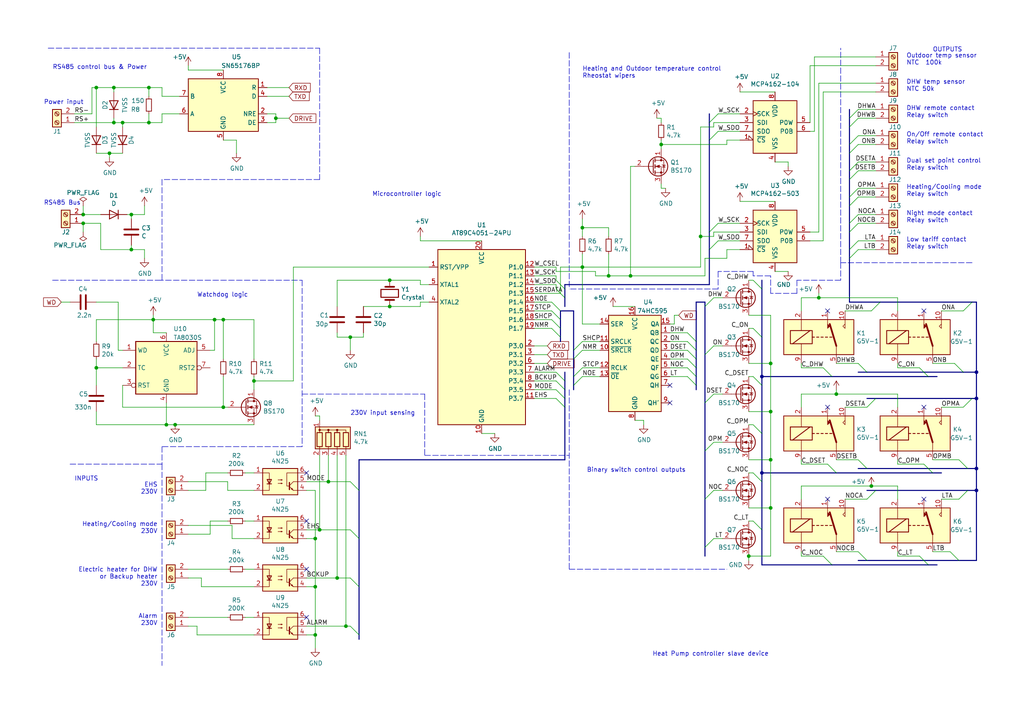
<source format=kicad_sch>
(kicad_sch (version 20211123) (generator eeschema)
  (paper "A4")
  (junction (at 92.71 153.67))
  (junction (at 97.79 167.64))
  (junction (at 176.53 80.01))
  (junction (at 220.98 109.22))
  (junction (at 168.91 77.47))
  (junction (at 35.56 35.56))
  (junction (at 168.91 66.04))
  (junction (at 38.1 62.23))
  (junction (at 252.73 140.97))
  (junction (at 91.44 156.21))
  (junction (at 24.13 62.23))
  (junction (at 113.03 88.9))
  (junction (at 24.13 64.77))
  (junction (at 283.21 115.57))
  (junction (at 223.52 119.38))
  (junction (at 50.8 123.19))
  (junction (at 283.21 107.95))
  (junction (at 217.17 161.29))
  (junction (at 64.77 118.11))
  (junction (at 31.75 44.45))
  (junction (at 113.03 81.28))
  (junction (at 27.94 106.68))
  (junction (at 38.1 72.39))
  (junction (at 44.45 92.71))
  (junction (at 283.21 135.89))
  (junction (at 43.18 35.56))
  (junction (at 95.25 139.7))
  (junction (at 91.44 170.18))
  (junction (at 283.21 142.24))
  (junction (at 48.26 123.19))
  (junction (at 80.01 34.29))
  (junction (at 73.66 110.49))
  (junction (at 33.02 35.56))
  (junction (at 191.77 41.91))
  (junction (at 91.44 184.15))
  (junction (at 100.33 181.61))
  (junction (at 27.94 25.4))
  (junction (at 43.18 25.4))
  (junction (at 223.52 147.32))
  (junction (at 64.77 92.71))
  (junction (at 242.57 114.3))
  (junction (at 220.98 137.16))
  (junction (at 223.52 133.35))
  (junction (at 101.6 97.79))
  (junction (at 203.2 68.58))
  (junction (at 223.52 105.41))
  (junction (at 237.49 86.36))
  (junction (at 62.23 92.71))
  (junction (at 182.88 80.01))
  (junction (at 33.02 25.4))
  (no_connect (at 88.9 165.1))
  (no_connect (at 194.31 111.76))
  (no_connect (at 88.9 151.13))
  (no_connect (at 240.03 144.78))
  (no_connect (at 267.97 144.78))
  (no_connect (at 267.97 118.11))
  (no_connect (at 240.03 90.17))
  (no_connect (at 240.03 118.11))
  (no_connect (at 267.97 90.17))
  (no_connect (at 88.9 137.16))
  (no_connect (at 194.31 116.84))
  (no_connect (at 88.9 179.07))
  (bus_entry (at 267.97 134.62) (size 2.54 2.54))
  (bus_entry (at 240.03 134.62) (size 2.54 2.54))
  (bus_entry (at 246.38 72.39) (size 2.54 -2.54))
  (bus_entry (at 278.13 144.78) (size 2.54 -2.54))
  (bus_entry (at 218.44 151.13) (size 2.54 2.54))
  (bus_entry (at 266.7 161.29) (size 2.54 2.54))
  (bus_entry (at 246.38 52.07) (size 2.54 -2.54))
  (bus_entry (at 101.6 167.64) (size 2.54 2.54))
  (bus_entry (at 199.39 104.14) (size 2.54 2.54))
  (bus_entry (at 101.6 153.67) (size 2.54 2.54))
  (bus_entry (at 204.47 130.81) (size 2.54 -2.54))
  (bus_entry (at 246.38 64.77) (size 2.54 -2.54))
  (bus_entry (at 160.02 90.17) (size 2.54 2.54))
  (bus_entry (at 161.29 110.49) (size 2.54 2.54))
  (bus_entry (at 161.29 83.82) (size 2.54 2.54))
  (bus_entry (at 161.29 115.57) (size 2.54 2.54))
  (bus_entry (at 204.47 144.78) (size 2.54 -2.54))
  (bus_entry (at 252.73 90.17) (size 2.54 -2.54))
  (bus_entry (at 161.29 113.03) (size 2.54 2.54))
  (bus_entry (at 246.38 59.69) (size 2.54 -2.54))
  (bus_entry (at 246.38 36.83) (size 2.54 -2.54))
  (bus_entry (at 199.39 99.06) (size 2.54 2.54))
  (bus_entry (at 161.29 107.95) (size 2.54 2.54))
  (bus_entry (at 204.47 116.84) (size 2.54 -2.54))
  (bus_entry (at 101.6 139.7) (size 2.54 2.54))
  (bus_entry (at 161.29 81.28) (size 2.54 2.54))
  (bus_entry (at 246.38 41.91) (size 2.54 -2.54))
  (bus_entry (at 248.92 105.41) (size 2.54 2.54))
  (bus_entry (at 276.86 105.41) (size 2.54 2.54))
  (bus_entry (at 248.92 133.35) (size 2.54 2.54))
  (bus_entry (at 205.74 72.39) (size 2.54 -2.54))
  (bus_entry (at 275.59 160.02) (size 2.54 2.54))
  (bus_entry (at 246.38 49.53) (size 2.54 -2.54))
  (bus_entry (at 160.02 95.25) (size 2.54 2.54))
  (bus_entry (at 160.02 92.71) (size 2.54 2.54))
  (bus_entry (at 266.7 106.68) (size 2.54 2.54))
  (bus_entry (at 166.37 101.6) (size 2.54 -2.54))
  (bus_entry (at 218.44 137.16) (size 2.54 2.54))
  (bus_entry (at 204.47 102.87) (size 2.54 -2.54))
  (bus_entry (at 251.46 144.78) (size 2.54 -2.54))
  (bus_entry (at 218.44 81.28) (size 2.54 2.54))
  (bus_entry (at 205.74 40.64) (size 2.54 -2.54))
  (bus_entry (at 166.37 111.76) (size 2.54 -2.54))
  (bus_entry (at 204.47 88.9) (size 2.54 -2.54))
  (bus_entry (at 246.38 57.15) (size 2.54 -2.54))
  (bus_entry (at 246.38 74.93) (size 2.54 -2.54))
  (bus_entry (at 246.38 67.31) (size 2.54 -2.54))
  (bus_entry (at 218.44 123.19) (size 2.54 2.54))
  (bus_entry (at 166.37 104.14) (size 2.54 -2.54))
  (bus_entry (at 246.38 34.29) (size 2.54 -2.54))
  (bus_entry (at 160.02 87.63) (size 2.54 2.54))
  (bus_entry (at 199.39 101.6) (size 2.54 2.54))
  (bus_entry (at 248.92 160.02) (size 2.54 2.54))
  (bus_entry (at 218.44 109.22) (size 2.54 2.54))
  (bus_entry (at 251.46 118.11) (size 2.54 -2.54))
  (bus_entry (at 278.13 133.35) (size 2.54 2.54))
  (bus_entry (at 199.39 96.52) (size 2.54 2.54))
  (bus_entry (at 205.74 67.31) (size 2.54 -2.54))
  (bus_entry (at 199.39 109.22) (size 2.54 2.54))
  (bus_entry (at 204.47 158.75) (size 2.54 -2.54))
  (bus_entry (at 205.74 35.56) (size 2.54 -2.54))
  (bus_entry (at 238.76 161.29) (size 2.54 2.54))
  (bus_entry (at 238.76 106.68) (size 2.54 2.54))
  (bus_entry (at 199.39 106.68) (size 2.54 2.54))
  (bus_entry (at 246.38 44.45) (size 2.54 -2.54))
  (bus_entry (at 279.4 118.11) (size 2.54 -2.54))
  (bus_entry (at 279.4 90.17) (size 2.54 -2.54))
  (bus_entry (at 218.44 95.25) (size 2.54 2.54))
  (bus_entry (at 166.37 109.22) (size 2.54 -2.54))
  (bus_entry (at 101.6 181.61) (size 2.54 2.54))
  (wire (pts (xy 64.77 118.11) (xy 66.04 118.11)))
  (wire (pts (xy 260.35 118.11) (xy 260.35 114.3)))
  (wire (pts (xy 26.67 25.4) (xy 26.67 33.02)))
  (bus (pts (xy 201.93 87.63) (xy 204.47 87.63)))
  (bus (pts (xy 269.24 109.22) (xy 271.78 109.22)))
  (bus (pts (xy 241.3 163.83) (xy 269.24 163.83)))
  (wire (pts (xy 97.79 96.52) (xy 97.79 97.79)))
  (wire (pts (xy 101.6 167.64) (xy 97.79 167.64)))
  (wire (pts (xy 214.63 26.67) (xy 224.79 26.67)))
  (polyline (pts (xy 243.84 76.2) (xy 243.84 81.28)))
  (bus (pts (xy 163.83 107.95) (xy 163.83 110.49)))
  (wire (pts (xy 217.17 105.41) (xy 223.52 105.41)))
  (wire (pts (xy 168.91 63.5) (xy 168.91 66.04)))
  (bus (pts (xy 204.47 130.81) (xy 204.47 144.78)))
  (wire (pts (xy 161.29 78.74) (xy 172.72 78.74)))
  (wire (pts (xy 60.96 151.13) (xy 60.96 154.94)))
  (bus (pts (xy 205.74 33.02) (xy 205.74 35.56)))
  (wire (pts (xy 46.99 33.02) (xy 46.99 35.56)))
  (wire (pts (xy 54.61 152.4) (xy 67.31 152.4)))
  (wire (pts (xy 199.39 104.14) (xy 194.31 104.14)))
  (wire (pts (xy 71.12 179.07) (xy 73.66 179.07)))
  (wire (pts (xy 121.92 81.28) (xy 121.92 82.55)))
  (bus (pts (xy 220.98 153.67) (xy 220.98 163.83)))
  (bus (pts (xy 104.14 133.35) (xy 104.14 142.24)))
  (bus (pts (xy 104.14 184.15) (xy 104.14 185.42)))
  (wire (pts (xy 27.94 119.38) (xy 27.94 123.19)))
  (wire (pts (xy 92.71 132.08) (xy 92.71 153.67)))
  (wire (pts (xy 92.71 120.65) (xy 92.71 121.92)))
  (wire (pts (xy 273.05 90.17) (xy 279.4 90.17)))
  (bus (pts (xy 279.4 107.95) (xy 283.21 107.95)))
  (bus (pts (xy 205.74 40.64) (xy 205.74 67.31)))
  (bus (pts (xy 269.24 163.83) (xy 271.78 163.83)))
  (bus (pts (xy 278.13 162.56) (xy 283.21 162.56)))
  (bus (pts (xy 162.56 95.25) (xy 162.56 97.79)))
  (wire (pts (xy 88.9 170.18) (xy 91.44 170.18)))
  (bus (pts (xy 163.83 113.03) (xy 163.83 115.57)))
  (wire (pts (xy 58.42 170.18) (xy 73.66 170.18)))
  (wire (pts (xy 207.01 142.24) (xy 209.55 142.24)))
  (polyline (pts (xy 92.71 52.07) (xy 46.99 52.07)))
  (wire (pts (xy 228.6 48.26) (xy 228.6 46.99)))
  (wire (pts (xy 232.41 134.62) (xy 240.03 134.62)))
  (wire (pts (xy 27.94 123.19) (xy 48.26 123.19)))
  (polyline (pts (xy 231.14 85.09) (xy 223.52 85.09)))
  (bus (pts (xy 163.83 82.55) (xy 205.74 82.55)))
  (bus (pts (xy 246.38 52.07) (xy 246.38 57.15)))
  (wire (pts (xy 237.49 24.13) (xy 237.49 67.31)))
  (bus (pts (xy 283.21 107.95) (xy 283.21 115.57)))
  (wire (pts (xy 232.41 86.36) (xy 232.41 90.17)))
  (wire (pts (xy 41.91 62.23) (xy 41.91 59.69)))
  (wire (pts (xy 154.94 85.09) (xy 162.56 85.09)))
  (wire (pts (xy 105.41 88.9) (xy 113.03 88.9)))
  (wire (pts (xy 218.44 123.19) (xy 217.17 123.19)))
  (polyline (pts (xy 223.52 80.01) (xy 218.44 80.01)))
  (wire (pts (xy 154.94 87.63) (xy 160.02 87.63)))
  (wire (pts (xy 207.01 35.56) (xy 214.63 35.56)))
  (wire (pts (xy 64.77 109.22) (xy 64.77 118.11)))
  (wire (pts (xy 154.94 107.95) (xy 161.29 107.95)))
  (bus (pts (xy 248.92 162.56) (xy 251.46 162.56)))
  (polyline (pts (xy 223.52 85.09) (xy 223.52 80.01)))
  (polyline (pts (xy 45.72 13.97) (xy 92.71 13.97)))
  (wire (pts (xy 27.94 92.71) (xy 44.45 92.71)))
  (wire (pts (xy 80.01 34.29) (xy 80.01 33.02)))
  (wire (pts (xy 260.35 134.62) (xy 260.35 133.35)))
  (wire (pts (xy 73.66 109.22) (xy 73.66 110.49)))
  (bus (pts (xy 280.67 135.89) (xy 283.21 135.89)))
  (wire (pts (xy 232.41 161.29) (xy 238.76 161.29)))
  (wire (pts (xy 101.6 139.7) (xy 95.25 139.7)))
  (wire (pts (xy 91.44 142.24) (xy 91.44 156.21)))
  (wire (pts (xy 236.22 16.51) (xy 236.22 38.1)))
  (wire (pts (xy 68.58 40.64) (xy 68.58 44.45)))
  (bus (pts (xy 270.51 137.16) (xy 273.05 137.16)))
  (wire (pts (xy 91.44 120.65) (xy 92.71 120.65)))
  (wire (pts (xy 154.94 92.71) (xy 160.02 92.71)))
  (wire (pts (xy 100.33 132.08) (xy 100.33 181.61)))
  (bus (pts (xy 251.46 142.24) (xy 254 142.24)))
  (wire (pts (xy 242.57 133.35) (xy 248.92 133.35)))
  (wire (pts (xy 113.03 81.28) (xy 97.79 81.28)))
  (bus (pts (xy 251.46 135.89) (xy 280.67 135.89)))
  (wire (pts (xy 59.69 137.16) (xy 59.69 142.24)))
  (bus (pts (xy 246.38 31.75) (xy 246.38 34.29)))
  (wire (pts (xy 251.46 144.78) (xy 245.11 144.78)))
  (wire (pts (xy 232.41 133.35) (xy 232.41 134.62)))
  (wire (pts (xy 71.12 165.1) (xy 73.66 165.1)))
  (polyline (pts (xy 13.97 13.97) (xy 45.72 13.97)))
  (bus (pts (xy 220.98 137.16) (xy 220.98 139.7)))
  (bus (pts (xy 163.83 83.82) (xy 163.83 86.36)))
  (wire (pts (xy 57.15 184.15) (xy 57.15 181.61)))
  (wire (pts (xy 242.57 105.41) (xy 248.92 105.41)))
  (bus (pts (xy 220.98 109.22) (xy 241.3 109.22)))
  (wire (pts (xy 50.8 123.19) (xy 73.66 123.19)))
  (wire (pts (xy 97.79 97.79) (xy 101.6 97.79)))
  (wire (pts (xy 101.6 97.79) (xy 101.6 101.6)))
  (bus (pts (xy 220.98 125.73) (xy 220.98 137.16)))
  (wire (pts (xy 154.94 95.25) (xy 160.02 95.25)))
  (bus (pts (xy 204.47 158.75) (xy 204.47 161.29)))
  (bus (pts (xy 242.57 137.16) (xy 270.51 137.16)))
  (wire (pts (xy 31.75 45.72) (xy 31.75 44.45)))
  (bus (pts (xy 283.21 107.95) (xy 283.21 87.63)))
  (wire (pts (xy 124.46 87.63) (xy 121.92 87.63)))
  (wire (pts (xy 60.96 154.94) (xy 54.61 154.94)))
  (wire (pts (xy 59.69 137.16) (xy 66.04 137.16)))
  (wire (pts (xy 217.17 161.29) (xy 217.17 162.56)))
  (wire (pts (xy 168.91 66.04) (xy 168.91 68.58)))
  (polyline (pts (xy 46.99 52.07) (xy 46.99 81.28)))
  (bus (pts (xy 251.46 107.95) (xy 279.4 107.95)))
  (wire (pts (xy 59.69 142.24) (xy 54.61 142.24)))
  (wire (pts (xy 195.58 93.98) (xy 195.58 91.44)))
  (bus (pts (xy 246.38 41.91) (xy 246.38 44.45)))
  (wire (pts (xy 73.66 92.71) (xy 73.66 104.14)))
  (wire (pts (xy 43.18 33.02) (xy 43.18 35.56)))
  (wire (pts (xy 248.92 41.91) (xy 254 41.91)))
  (wire (pts (xy 62.23 92.71) (xy 62.23 101.6)))
  (wire (pts (xy 168.91 101.6) (xy 173.99 101.6)))
  (wire (pts (xy 228.6 46.99) (xy 224.79 46.99)))
  (wire (pts (xy 29.21 72.39) (xy 38.1 72.39)))
  (wire (pts (xy 88.9 156.21) (xy 91.44 156.21)))
  (wire (pts (xy 191.77 34.29) (xy 190.5 34.29)))
  (bus (pts (xy 220.98 109.22) (xy 220.98 111.76)))
  (wire (pts (xy 207.01 68.58) (xy 203.2 68.58)))
  (wire (pts (xy 88.9 142.24) (xy 91.44 142.24)))
  (wire (pts (xy 35.56 35.56) (xy 35.56 36.83)))
  (wire (pts (xy 168.91 73.66) (xy 168.91 77.47)))
  (wire (pts (xy 121.92 69.85) (xy 139.7 69.85)))
  (polyline (pts (xy 123.19 132.08) (xy 165.1 132.08)))
  (wire (pts (xy 270.51 133.35) (xy 278.13 133.35)))
  (wire (pts (xy 236.22 16.51) (xy 254 16.51)))
  (wire (pts (xy 35.56 44.45) (xy 31.75 44.45)))
  (wire (pts (xy 33.02 35.56) (xy 35.56 35.56)))
  (polyline (pts (xy 87.63 129.54) (xy 46.99 129.54)))
  (wire (pts (xy 35.56 106.68) (xy 27.94 106.68)))
  (wire (pts (xy 24.13 62.23) (xy 29.21 62.23)))
  (wire (pts (xy 177.8 88.9) (xy 184.15 88.9)))
  (wire (pts (xy 21.59 35.56) (xy 33.02 35.56)))
  (wire (pts (xy 254 19.05) (xy 234.95 19.05)))
  (bus (pts (xy 246.38 74.93) (xy 246.38 87.63)))
  (bus (pts (xy 201.93 104.14) (xy 201.93 106.68)))
  (wire (pts (xy 248.92 49.53) (xy 254 49.53)))
  (bus (pts (xy 246.38 34.29) (xy 246.38 36.83)))
  (polyline (pts (xy 92.71 13.97) (xy 92.71 52.07)))
  (wire (pts (xy 223.52 105.41) (xy 223.52 91.44)))
  (wire (pts (xy 27.94 106.68) (xy 27.94 104.14)))
  (bus (pts (xy 246.38 44.45) (xy 246.38 49.53)))
  (bus (pts (xy 220.98 139.7) (xy 220.98 153.67)))
  (wire (pts (xy 121.92 87.63) (xy 121.92 88.9)))
  (polyline (pts (xy 165.1 165.1) (xy 210.82 165.1)))
  (wire (pts (xy 36.83 62.23) (xy 38.1 62.23)))
  (wire (pts (xy 204.47 80.01) (xy 204.47 74.93)))
  (bus (pts (xy 205.74 35.56) (xy 205.74 40.64)))
  (bus (pts (xy 204.47 88.9) (xy 204.47 102.87)))
  (bus (pts (xy 201.93 87.63) (xy 201.93 99.06)))
  (bus (pts (xy 204.47 144.78) (xy 204.47 158.75)))
  (wire (pts (xy 154.94 90.17) (xy 160.02 90.17)))
  (bus (pts (xy 283.21 162.56) (xy 283.21 142.24)))
  (wire (pts (xy 210.82 41.91) (xy 191.77 41.91)))
  (wire (pts (xy 248.92 64.77) (xy 254 64.77)))
  (bus (pts (xy 166.37 101.6) (xy 166.37 104.14)))
  (wire (pts (xy 228.6 78.74) (xy 224.79 78.74)))
  (wire (pts (xy 73.66 110.49) (xy 85.09 110.49)))
  (wire (pts (xy 207.01 86.36) (xy 209.55 86.36)))
  (bus (pts (xy 166.37 104.14) (xy 166.37 109.22)))
  (wire (pts (xy 260.35 161.29) (xy 266.7 161.29)))
  (wire (pts (xy 260.35 144.78) (xy 260.35 140.97)))
  (wire (pts (xy 237.49 85.09) (xy 237.49 86.36)))
  (bus (pts (xy 163.83 82.55) (xy 163.83 83.82)))
  (bus (pts (xy 248.92 107.95) (xy 251.46 107.95)))
  (wire (pts (xy 245.11 118.11) (xy 251.46 118.11)))
  (wire (pts (xy 248.92 72.39) (xy 254 72.39)))
  (wire (pts (xy 248.92 34.29) (xy 254 34.29)))
  (wire (pts (xy 176.53 73.66) (xy 176.53 80.01)))
  (wire (pts (xy 168.91 93.98) (xy 173.99 93.98)))
  (wire (pts (xy 195.58 91.44) (xy 196.85 91.44)))
  (wire (pts (xy 182.88 48.26) (xy 182.88 80.01)))
  (wire (pts (xy 238.76 26.67) (xy 238.76 69.85)))
  (wire (pts (xy 273.05 144.78) (xy 278.13 144.78)))
  (wire (pts (xy 29.21 64.77) (xy 29.21 72.39)))
  (wire (pts (xy 48.26 123.19) (xy 50.8 123.19)))
  (wire (pts (xy 237.49 67.31) (xy 234.95 67.31)))
  (wire (pts (xy 260.35 90.17) (xy 260.35 86.36)))
  (wire (pts (xy 214.63 67.31) (xy 207.01 67.31)))
  (wire (pts (xy 234.95 38.1) (xy 236.22 38.1)))
  (wire (pts (xy 54.61 139.7) (xy 66.04 139.7)))
  (wire (pts (xy 154.94 77.47) (xy 161.29 77.47)))
  (wire (pts (xy 67.31 152.4) (xy 67.31 156.21)))
  (polyline (pts (xy 123.19 114.3) (xy 123.19 132.08)))
  (wire (pts (xy 77.47 27.94) (xy 83.82 27.94)))
  (bus (pts (xy 280.67 142.24) (xy 283.21 142.24)))
  (wire (pts (xy 113.03 81.28) (xy 121.92 81.28)))
  (wire (pts (xy 217.17 147.32) (xy 223.52 147.32)))
  (wire (pts (xy 31.75 44.45) (xy 27.94 44.45)))
  (wire (pts (xy 44.45 92.71) (xy 62.23 92.71)))
  (wire (pts (xy 168.91 93.98) (xy 168.91 77.47)))
  (bus (pts (xy 104.14 170.18) (xy 104.14 184.15)))
  (wire (pts (xy 173.99 106.68) (xy 168.91 106.68)))
  (bus (pts (xy 220.98 81.28) (xy 220.98 83.82)))
  (wire (pts (xy 194.31 106.68) (xy 199.39 106.68)))
  (wire (pts (xy 35.56 111.76) (xy 35.56 118.11)))
  (wire (pts (xy 270.51 105.41) (xy 276.86 105.41)))
  (wire (pts (xy 24.13 59.69) (xy 24.13 62.23)))
  (bus (pts (xy 163.83 115.57) (xy 163.83 118.11)))
  (wire (pts (xy 176.53 80.01) (xy 182.88 80.01)))
  (wire (pts (xy 162.56 77.47) (xy 162.56 85.09)))
  (wire (pts (xy 207.01 114.3) (xy 209.55 114.3)))
  (wire (pts (xy 207.01 128.27) (xy 209.55 128.27)))
  (bus (pts (xy 201.93 106.68) (xy 201.93 109.22)))
  (polyline (pts (xy 231.14 81.28) (xy 231.14 85.09)))
  (polyline (pts (xy 208.28 83.82) (xy 165.1 83.82)))
  (bus (pts (xy 254 115.57) (xy 281.94 115.57)))
  (bus (pts (xy 220.98 137.16) (xy 242.57 137.16)))
  (wire (pts (xy 208.28 64.77) (xy 214.63 64.77)))
  (bus (pts (xy 220.98 97.79) (xy 220.98 109.22)))
  (wire (pts (xy 66.04 151.13) (xy 60.96 151.13)))
  (wire (pts (xy 97.79 132.08) (xy 97.79 167.64)))
  (wire (pts (xy 186.69 123.19) (xy 186.69 121.92)))
  (wire (pts (xy 248.92 39.37) (xy 254 39.37)))
  (wire (pts (xy 218.44 151.13) (xy 217.17 151.13)))
  (polyline (pts (xy 46.99 129.54) (xy 46.99 134.62)))
  (wire (pts (xy 191.77 54.61) (xy 191.77 53.34)))
  (wire (pts (xy 232.41 140.97) (xy 232.41 144.78)))
  (wire (pts (xy 88.9 153.67) (xy 92.71 153.67)))
  (wire (pts (xy 46.99 35.56) (xy 43.18 35.56)))
  (wire (pts (xy 33.02 34.29) (xy 33.02 35.56)))
  (bus (pts (xy 163.83 118.11) (xy 163.83 133.35)))
  (wire (pts (xy 154.94 113.03) (xy 161.29 113.03)))
  (wire (pts (xy 33.02 25.4) (xy 43.18 25.4)))
  (bus (pts (xy 281.94 115.57) (xy 283.21 115.57)))
  (wire (pts (xy 44.45 91.44) (xy 44.45 92.71)))
  (wire (pts (xy 77.47 35.56) (xy 80.01 35.56)))
  (wire (pts (xy 73.66 92.71) (xy 64.77 92.71)))
  (wire (pts (xy 105.41 97.79) (xy 101.6 97.79)))
  (wire (pts (xy 204.47 74.93) (xy 210.82 74.93)))
  (wire (pts (xy 34.29 87.63) (xy 34.29 101.6)))
  (wire (pts (xy 184.15 48.26) (xy 182.88 48.26)))
  (wire (pts (xy 248.92 57.15) (xy 254 57.15)))
  (wire (pts (xy 27.94 106.68) (xy 27.94 111.76)))
  (wire (pts (xy 54.61 19.05) (xy 54.61 20.32)))
  (wire (pts (xy 41.91 74.93) (xy 41.91 72.39)))
  (wire (pts (xy 173.99 99.06) (xy 168.91 99.06)))
  (wire (pts (xy 58.42 170.18) (xy 58.42 167.64)))
  (wire (pts (xy 17.78 87.63) (xy 20.32 87.63)))
  (wire (pts (xy 48.26 116.84) (xy 48.26 123.19)))
  (bus (pts (xy 205.74 67.31) (xy 205.74 72.39)))
  (polyline (pts (xy 208.28 78.74) (xy 208.28 83.82)))
  (wire (pts (xy 154.94 105.41) (xy 158.75 105.41)))
  (wire (pts (xy 44.45 92.71) (xy 44.45 96.52)))
  (bus (pts (xy 246.38 87.63) (xy 255.27 87.63)))
  (wire (pts (xy 85.09 110.49) (xy 85.09 77.47)))
  (polyline (pts (xy 218.44 80.01) (xy 218.44 78.74)))
  (wire (pts (xy 66.04 142.24) (xy 73.66 142.24)))
  (polyline (pts (xy 281.94 76.2) (xy 243.84 76.2)))
  (polyline (pts (xy 46.99 134.62) (xy 46.99 193.04)))
  (wire (pts (xy 85.09 77.47) (xy 124.46 77.47)))
  (polyline (pts (xy 165.1 113.03) (xy 165.1 165.1)))
  (wire (pts (xy 218.44 137.16) (xy 217.17 137.16)))
  (wire (pts (xy 214.63 58.42) (xy 224.79 58.42)))
  (wire (pts (xy 237.49 86.36) (xy 260.35 86.36)))
  (wire (pts (xy 214.63 40.64) (xy 210.82 40.64)))
  (wire (pts (xy 38.1 71.12) (xy 38.1 72.39)))
  (wire (pts (xy 52.07 33.02) (xy 46.99 33.02)))
  (bus (pts (xy 246.38 49.53) (xy 246.38 52.07)))
  (wire (pts (xy 238.76 69.85) (xy 234.95 69.85)))
  (wire (pts (xy 168.91 109.22) (xy 173.99 109.22)))
  (polyline (pts (xy 243.84 76.2) (xy 243.84 13.97)))
  (wire (pts (xy 210.82 74.93) (xy 210.82 72.39)))
  (bus (pts (xy 246.38 59.69) (xy 246.38 64.77)))
  (wire (pts (xy 234.95 19.05) (xy 234.95 35.56)))
  (wire (pts (xy 161.29 77.47) (xy 161.29 78.74)))
  (wire (pts (xy 154.94 82.55) (xy 161.29 82.55)))
  (wire (pts (xy 143.51 125.73) (xy 139.7 125.73)))
  (wire (pts (xy 210.82 40.64) (xy 210.82 41.91)))
  (wire (pts (xy 26.67 25.4) (xy 27.94 25.4)))
  (wire (pts (xy 199.39 109.22) (xy 194.31 109.22)))
  (wire (pts (xy 248.92 62.23) (xy 254 62.23)))
  (wire (pts (xy 242.57 114.3) (xy 260.35 114.3)))
  (wire (pts (xy 176.53 66.04) (xy 176.53 68.58)))
  (wire (pts (xy 260.35 105.41) (xy 260.35 106.68)))
  (wire (pts (xy 218.44 109.22) (xy 217.17 109.22)))
  (wire (pts (xy 97.79 167.64) (xy 88.9 167.64)))
  (wire (pts (xy 67.31 156.21) (xy 73.66 156.21)))
  (wire (pts (xy 191.77 34.29) (xy 191.77 35.56)))
  (wire (pts (xy 95.25 132.08) (xy 95.25 139.7)))
  (wire (pts (xy 64.77 92.71) (xy 64.77 104.14)))
  (wire (pts (xy 154.94 110.49) (xy 161.29 110.49)))
  (wire (pts (xy 52.07 27.94) (xy 46.99 27.94)))
  (wire (pts (xy 207.01 36.83) (xy 203.2 36.83)))
  (polyline (pts (xy 218.44 78.74) (xy 208.28 78.74)))
  (wire (pts (xy 121.92 68.58) (xy 121.92 69.85)))
  (wire (pts (xy 238.76 26.67) (xy 254 26.67)))
  (wire (pts (xy 242.57 113.03) (xy 242.57 114.3)))
  (wire (pts (xy 242.57 160.02) (xy 248.92 160.02)))
  (wire (pts (xy 38.1 72.39) (xy 41.91 72.39)))
  (bus (pts (xy 246.38 36.83) (xy 246.38 41.91)))
  (wire (pts (xy 238.76 106.68) (xy 232.41 106.68)))
  (wire (pts (xy 208.28 33.02) (xy 214.63 33.02)))
  (bus (pts (xy 251.46 162.56) (xy 278.13 162.56)))
  (bus (pts (xy 166.37 109.22) (xy 166.37 111.76)))
  (wire (pts (xy 218.44 81.28) (xy 217.17 81.28)))
  (wire (pts (xy 260.35 106.68) (xy 266.7 106.68)))
  (wire (pts (xy 168.91 77.47) (xy 203.2 77.47)))
  (bus (pts (xy 281.94 87.63) (xy 283.21 87.63)))
  (wire (pts (xy 91.44 156.21) (xy 91.44 170.18)))
  (bus (pts (xy 220.98 83.82) (xy 220.98 97.79)))
  (bus (pts (xy 246.38 57.15) (xy 246.38 59.69)))
  (wire (pts (xy 273.05 118.11) (xy 279.4 118.11)))
  (wire (pts (xy 83.82 34.29) (xy 80.01 34.29)))
  (wire (pts (xy 44.45 96.52) (xy 48.26 96.52)))
  (wire (pts (xy 248.92 54.61) (xy 254 54.61)))
  (wire (pts (xy 154.94 80.01) (xy 161.29 80.01)))
  (wire (pts (xy 80.01 33.02) (xy 77.47 33.02)))
  (bus (pts (xy 201.93 111.76) (xy 201.93 113.03)))
  (wire (pts (xy 24.13 64.77) (xy 29.21 64.77)))
  (bus (pts (xy 163.83 110.49) (xy 163.83 113.03)))
  (polyline (pts (xy 15.24 81.28) (xy 45.72 81.28)))
  (wire (pts (xy 252.73 90.17) (xy 245.11 90.17)))
  (bus (pts (xy 246.38 64.77) (xy 246.38 67.31)))
  (wire (pts (xy 88.9 184.15) (xy 91.44 184.15)))
  (wire (pts (xy 57.15 181.61) (xy 54.61 181.61)))
  (wire (pts (xy 161.29 81.28) (xy 161.29 80.01)))
  (wire (pts (xy 217.17 119.38) (xy 223.52 119.38)))
  (wire (pts (xy 35.56 118.11) (xy 64.77 118.11)))
  (wire (pts (xy 92.71 153.67) (xy 101.6 153.67)))
  (polyline (pts (xy 20.32 134.62) (xy 46.99 134.62)))
  (bus (pts (xy 162.56 97.79) (xy 162.56 99.06)))
  (bus (pts (xy 204.47 116.84) (xy 204.47 130.81)))
  (wire (pts (xy 154.94 102.87) (xy 158.75 102.87)))
  (wire (pts (xy 199.39 99.06) (xy 194.31 99.06)))
  (bus (pts (xy 162.56 90.17) (xy 166.37 90.17)))
  (wire (pts (xy 223.52 161.29) (xy 223.52 147.32)))
  (wire (pts (xy 43.18 25.4) (xy 46.99 25.4)))
  (wire (pts (xy 154.94 100.33) (xy 158.75 100.33)))
  (bus (pts (xy 104.14 142.24) (xy 104.14 156.21)))
  (bus (pts (xy 283.21 135.89) (xy 283.21 142.24)))
  (polyline (pts (xy 87.63 114.3) (xy 123.19 114.3)))
  (wire (pts (xy 217.17 133.35) (xy 223.52 133.35)))
  (wire (pts (xy 154.94 115.57) (xy 161.29 115.57)))
  (wire (pts (xy 270.51 160.02) (xy 275.59 160.02)))
  (bus (pts (xy 166.37 111.76) (xy 166.37 113.03)))
  (wire (pts (xy 77.47 25.4) (xy 83.82 25.4)))
  (wire (pts (xy 193.04 54.61) (xy 191.77 54.61)))
  (wire (pts (xy 54.61 20.32) (xy 64.77 20.32)))
  (wire (pts (xy 54.61 165.1) (xy 66.04 165.1)))
  (wire (pts (xy 232.41 140.97) (xy 252.73 140.97)))
  (wire (pts (xy 194.31 96.52) (xy 199.39 96.52)))
  (wire (pts (xy 68.58 40.64) (xy 64.77 40.64)))
  (wire (pts (xy 38.1 62.23) (xy 41.91 62.23)))
  (wire (pts (xy 46.99 27.94) (xy 46.99 25.4)))
  (wire (pts (xy 172.72 80.01) (xy 176.53 80.01)))
  (wire (pts (xy 208.28 69.85) (xy 214.63 69.85)))
  (wire (pts (xy 58.42 167.64) (xy 54.61 167.64)))
  (wire (pts (xy 73.66 110.49) (xy 73.66 113.03)))
  (wire (pts (xy 97.79 81.28) (xy 97.79 88.9)))
  (bus (pts (xy 201.93 109.22) (xy 201.93 111.76)))
  (wire (pts (xy 27.94 99.06) (xy 27.94 92.71)))
  (bus (pts (xy 201.93 99.06) (xy 201.93 101.6)))
  (wire (pts (xy 172.72 78.74) (xy 172.72 80.01)))
  (wire (pts (xy 232.41 160.02) (xy 232.41 161.29)))
  (wire (pts (xy 27.94 25.4) (xy 27.94 36.83)))
  (bus (pts (xy 162.56 90.17) (xy 162.56 92.71)))
  (bus (pts (xy 166.37 90.17) (xy 166.37 101.6)))
  (polyline (pts (xy 87.63 81.28) (xy 87.63 129.54)))
  (wire (pts (xy 34.29 101.6) (xy 35.56 101.6)))
  (wire (pts (xy 64.77 92.71) (xy 62.23 92.71)))
  (wire (pts (xy 161.29 83.82) (xy 161.29 82.55)))
  (wire (pts (xy 217.17 161.29) (xy 223.52 161.29)))
  (bus (pts (xy 104.14 133.35) (xy 163.83 133.35)))
  (wire (pts (xy 254 24.13) (xy 237.49 24.13)))
  (wire (pts (xy 248.92 46.99) (xy 254 46.99)))
  (wire (pts (xy 252.73 140.97) (xy 260.35 140.97)))
  (wire (pts (xy 101.6 181.61) (xy 100.33 181.61)))
  (wire (pts (xy 260.35 134.62) (xy 267.97 134.62)))
  (wire (pts (xy 27.94 87.63) (xy 34.29 87.63)))
  (wire (pts (xy 232.41 105.41) (xy 232.41 106.68)))
  (bus (pts (xy 162.56 92.71) (xy 162.56 95.25)))
  (wire (pts (xy 162.56 77.47) (xy 168.91 77.47)))
  (wire (pts (xy 232.41 86.36) (xy 237.49 86.36)))
  (wire (pts (xy 62.23 101.6) (xy 60.96 101.6)))
  (bus (pts (xy 251.46 115.57) (xy 254 115.57)))
  (wire (pts (xy 218.44 95.25) (xy 217.17 95.25)))
  (wire (pts (xy 191.77 40.64) (xy 191.77 41.91)))
  (wire (pts (xy 73.66 151.13) (xy 71.12 151.13)))
  (wire (pts (xy 91.44 184.15) (xy 91.44 187.96)))
  (bus (pts (xy 283.21 115.57) (xy 283.21 135.89)))
  (wire (pts (xy 176.53 66.04) (xy 168.91 66.04)))
  (wire (pts (xy 248.92 69.85) (xy 254 69.85)))
  (wire (pts (xy 33.02 25.4) (xy 33.02 26.67)))
  (wire (pts (xy 121.92 88.9) (xy 113.03 88.9)))
  (wire (pts (xy 207.01 156.21) (xy 209.55 156.21)))
  (bus (pts (xy 220.98 111.76) (xy 220.98 125.73)))
  (bus (pts (xy 246.38 72.39) (xy 246.38 74.93)))
  (wire (pts (xy 105.41 96.52) (xy 105.41 97.79)))
  (bus (pts (xy 241.3 109.22) (xy 269.24 109.22)))
  (wire (pts (xy 24.13 67.31) (xy 24.13 64.77)))
  (polyline (pts (xy 165.1 15.24) (xy 165.1 83.82)))
  (wire (pts (xy 232.41 114.3) (xy 232.41 118.11)))
  (wire (pts (xy 91.44 170.18) (xy 91.44 184.15)))
  (wire (pts (xy 100.33 181.61) (xy 88.9 181.61)))
  (wire (pts (xy 191.77 41.91) (xy 191.77 43.18)))
  (wire (pts (xy 38.1 63.5) (xy 38.1 62.23)))
  (bus (pts (xy 204.47 87.63) (xy 204.47 88.9)))
  (polyline (pts (xy 45.72 81.28) (xy 87.63 81.28)))
  (wire (pts (xy 186.69 121.92) (xy 184.15 121.92)))
  (bus (pts (xy 248.92 135.89) (xy 251.46 135.89)))
  (wire (pts (xy 54.61 179.07) (xy 66.04 179.07)))
  (wire (pts (xy 207.01 67.31) (xy 207.01 68.58)))
  (bus (pts (xy 204.47 102.87) (xy 204.47 116.84)))
  (bus (pts (xy 246.38 67.31) (xy 246.38 72.39)))
  (bus (pts (xy 255.27 87.63) (xy 281.94 87.63)))
  (wire (pts (xy 203.2 36.83) (xy 203.2 68.58)))
  (wire (pts (xy 121.92 82.55) (xy 124.46 82.55)))
  (wire (pts (xy 223.52 119.38) (xy 223.52 105.41)))
  (bus (pts (xy 104.14 156.21) (xy 104.14 170.18)))
  (wire (pts (xy 182.88 80.01) (xy 204.47 80.01)))
  (bus (pts (xy 163.83 86.36) (xy 163.83 88.9)))
  (wire (pts (xy 66.04 139.7) (xy 66.04 142.24)))
  (wire (pts (xy 207.01 100.33) (xy 209.55 100.33)))
  (wire (pts (xy 73.66 184.15) (xy 57.15 184.15)))
  (wire (pts (xy 194.31 93.98) (xy 195.58 93.98)))
  (wire (pts (xy 248.92 31.75) (xy 254 31.75)))
  (bus (pts (xy 201.93 101.6) (xy 201.93 104.14)))
  (bus (pts (xy 220.98 163.83) (xy 241.3 163.83)))
  (wire (pts (xy 26.67 33.02) (xy 21.59 33.02)))
  (wire (pts (xy 203.2 68.58) (xy 203.2 77.47)))
  (polyline (pts (xy 243.84 81.28) (xy 231.14 81.28)))
  (wire (pts (xy 208.28 38.1) (xy 214.63 38.1)))
  (wire (pts (xy 217.17 91.44) (xy 223.52 91.44)))
  (bus (pts (xy 205.74 72.39) (xy 205.74 82.55)))
  (wire (pts (xy 207.01 35.56) (xy 207.01 36.83)))
  (wire (pts (xy 223.52 147.32) (xy 223.52 133.35)))
  (wire (pts (xy 43.18 27.94) (xy 43.18 25.4)))
  (wire (pts (xy 210.82 72.39) (xy 214.63 72.39)))
  (wire (pts (xy 71.12 137.16) (xy 73.66 137.16)))
  (wire (pts (xy 194.31 101.6) (xy 199.39 101.6)))
  (wire (pts (xy 35.56 35.56) (xy 43.18 35.56)))
  (wire (pts (xy 232.41 114.3) (xy 242.57 114.3)))
  (wire (pts (xy 80.01 35.56) (xy 80.01 34.29)))
  (wire (pts (xy 88.9 139.7) (xy 95.25 139.7)))
  (wire (pts (xy 27.94 25.4) (xy 33.02 25.4)))
  (bus (pts (xy 254 142.24) (xy 280.67 142.24)))
  (wire (pts (xy 223.52 133.35) (xy 223.52 119.38)))
  (wire (pts (xy 260.35 161.29) (xy 260.35 160.02)))
  (text "DHW temp sensor\nNTC 50k" (at 262.89 26.67 0) (effects (font (size 1.27 1.27)) (justify left bottom)))
  (text "Outdoor temp sensor \nNTC  100k" (at 262.89 19.05 0) (effects (font (size 1.27 1.27)) (justify left bottom)))
  (text "Dual set point control\nRelay switch" (at 262.89 49.53 0) (effects (font (size 1.27 1.27)) (justify left bottom)))
  (text "Heat Pump controller slave device" (at 189.23 190.5 0) (effects (font (size 1.27 1.27)) (justify left bottom)))
  (text "DHW remote contact\nRelay switch" (at 262.89 34.29 0) (effects (font (size 1.27 1.27)) (justify left bottom)))
  (text "Binary switch control outputs" (at 170.18 137.16 0) (effects (font (size 1.27 1.27)) (justify left bottom)))
  (text "OUTPUTS" (at 270.51 15.24 0) (effects (font (size 1.27 1.27)) (justify left bottom)))
  (text "Low tariff contact\nRelay switch" (at 262.89 72.39 0) (effects (font (size 1.27 1.27)) (justify left bottom)))
  (text "Heating and Outdoor temperature control\nRheostat wipers" (at 168.91 22.86 0) (effects (font (size 1.27 1.27)) (justify left bottom)))
  (text "Heating/Cooling mode\nRelay switch" (at 262.89 57.15 0) (effects (font (size 1.27 1.27)) (justify left bottom)))
  (text "On/Off remote contact\nRelay switch" (at 262.89 41.91 0) (effects (font (size 1.27 1.27)) (justify left bottom)))
  (text "Watchdog logic" (at 57.15 86.36 0) (effects (font (size 1.27 1.27)) (justify left bottom)))
  (text "EHS\n230V" (at 45.72 143.51 180) (effects (font (size 1.27 1.27)) (justify right bottom)))
  (text "Night mode contact\nRelay switch" (at 262.89 64.77 0) (effects (font (size 1.27 1.27)) (justify left bottom)))
  (text "RS485 control bus & Power" (at 15.24 20.32 0) (effects (font (size 1.27 1.27)) (justify left bottom)))
  (text "RS485 Bus" (at 12.7 59.69 0) (effects (font (size 1.27 1.27)) (justify left bottom)))
  (text "Microcontroller logic" (at 107.95 57.15 0) (effects (font (size 1.27 1.27)) (justify left bottom)))
  (text "Electric heater for DHW\nor Backup heater\n230V" (at 45.72 170.18 180) (effects (font (size 1.27 1.27)) (justify right bottom)))
  (text "Alarm\n230V" (at 45.72 181.61 180) (effects (font (size 1.27 1.27)) (justify right bottom)))
  (text "230V input sensing" (at 101.6 120.65 0) (effects (font (size 1.27 1.27)) (justify left bottom)))
  (text "Heating/Cooling mode\n230V" (at 45.72 154.94 180) (effects (font (size 1.27 1.27)) (justify right bottom)))
  (text "INPUTS" (at 21.59 139.7 0) (effects (font (size 1.27 1.27)) (justify left bottom)))
  (text "Power input" (at 12.7 30.48 0) (effects (font (size 1.27 1.27)) (justify left bottom)))
  (label "DHWB" (at 254 34.29 180))
  (label "DSETA" (at 254 46.99 180))
  (label "MODE" (at 88.9 139.7 0))
  (label "OPMA" (at 273.05 118.11 0))
  (label "DSET" (at 194.31 101.6 0))
  (label "LT" (at 209.55 156.21 180))
  (label "OPM" (at 209.55 128.27 180))
  (label "EHS" (at 88.9 153.67 0))
  (label "STCP" (at 154.94 90.17 0))
  (label "DSETA" (at 245.11 118.11 0))
  (label "C_NOC" (at 217.17 137.16 180))
  (label "C_OPM" (at 217.17 123.19 180))
  (label "C_NOC" (at 232.41 161.29 0))
  (label "NMR" (at 168.91 101.6 0))
  (label "NOC" (at 209.55 142.24 180))
  (label "C_ON" (at 217.17 95.25 180))
  (label "W_CSEL" (at 154.94 77.47 0))
  (label "W_SCK" (at 154.94 80.01 0))
  (label "SHCP" (at 168.91 99.06 0))
  (label "NOCA" (at 245.11 144.78 0))
  (label "ALARM" (at 154.94 107.95 0))
  (label "LTB" (at 270.51 160.02 0))
  (label "LTB" (at 254 72.39 180))
  (label "DSETB" (at 242.57 133.35 0))
  (label "C_DSET" (at 232.41 134.62 0))
  (label "STCP" (at 168.91 106.68 0))
  (label "DHWA" (at 254 31.75 180))
  (label "ONB" (at 270.51 105.41 0))
  (label "LTA" (at 273.05 144.78 0))
  (label "SHCP" (at 154.94 92.71 0))
  (label "ON" (at 194.31 99.06 0))
  (label "DHW" (at 194.31 96.52 0))
  (label "DHWB" (at 242.57 105.41 0))
  (label "C_LT" (at 217.17 151.13 180))
  (label "SERDATA" (at 154.94 85.09 0))
  (label "ONB" (at 254 41.91 180))
  (label "NOCA" (at 254 62.23 180))
  (label "W_SDO" (at 214.63 38.1 180))
  (label "OPMB" (at 254 57.15 180))
  (label "NOCB" (at 242.57 160.02 0))
  (label "MODE" (at 154.94 113.03 0))
  (label "RS-" (at 21.59 33.02 0))
  (label "NOC" (at 194.31 106.68 0))
  (label "C_DSET" (at 217.17 109.22 180))
  (label "OPMA" (at 254 54.61 180))
  (label "OPM" (at 194.31 104.14 0))
  (label "ON" (at 209.55 100.33 180))
  (label "EHS" (at 154.94 115.57 0))
  (label "W_SCK" (at 214.63 64.77 180))
  (label "LT" (at 194.31 109.22 0))
  (label "BCKUP" (at 88.9 167.64 0))
  (label "W_SDO" (at 154.94 82.55 0))
  (label "C_DHW" (at 232.41 106.68 0))
  (label "RS+" (at 21.59 35.56 0))
  (label "NOCB" (at 254 64.77 180))
  (label "C_LT" (at 260.35 161.29 0))
  (label "C_ON" (at 260.35 106.68 0))
  (label "LTA" (at 254 69.85 180))
  (label "C_DHW" (at 217.17 81.28 180))
  (label "W_SCK" (at 214.63 33.02 180))
  (label "ONA" (at 254 39.37 180))
  (label "DSET" (at 209.55 114.3 180))
  (label "NOE" (at 154.94 87.63 0))
  (label "ALARM" (at 88.9 181.61 0))
  (label "OPMB" (at 270.51 133.35 0))
  (label "BCKUP" (at 154.94 110.49 0))
  (label "ONA" (at 273.05 90.17 0))
  (label "NMR" (at 154.94 95.25 0))
  (label "C_OPM" (at 260.35 134.62 0))
  (label "DSETB" (at 254 49.53 180))
  (label "DHW" (at 209.55 86.36 180))
  (label "NOE" (at 168.91 109.22 0))
  (label "DHWA" (at 245.11 90.17 0))
  (label "W_SDO" (at 214.63 69.85 180))
  (global_label "DRIVE" (shape input) (at 83.82 34.29 0) (property "Intersheet References" "${INTERSHEET_REFS}" (effects hide)))
  (global_label "WD" (shape input) (at 196.85 91.44 0) (property "Intersheet References" "${INTERSHEET_REFS}" (effects hide)))
  (global_label "DRIVE" (shape input) (at 158.75 105.41 0) (property "Intersheet References" "${INTERSHEET_REFS}" (effects hide)))
  (global_label "WD" (shape input) (at 17.78 87.63 180) (property "Intersheet References" "${INTERSHEET_REFS}" (effects hide)))
  (global_label "RXD" (shape input) (at 83.82 25.4 0) (property "Intersheet References" "${INTERSHEET_REFS}" (effects hide)))
  (global_label "TXD" (shape input) (at 158.75 102.87 0) (property "Intersheet References" "${INTERSHEET_REFS}" (effects hide)))
  (global_label "RXD" (shape input) (at 158.75 100.33 0) (property "Intersheet References" "${INTERSHEET_REFS}" (effects hide)))
  (global_label "TXD" (shape input) (at 83.82 27.94 0) (property "Intersheet References" "${INTERSHEET_REFS}" (effects hide)))
  (symbol (lib_id "MCU_Microchip_8051:AT89C4051-24P") (at 139.7 97.79 0) (unit 1)
    (property "Reference" "U1" (at 139.7 65.2526 0))
    (property "Value" "AT89C4051-24PU" (at 139.7 67.564 0))
    (property "Footprint" "Package_DIP:DIP-20_W7.62mm" (effects hide))
    (property "Datasheet" "http://ww1.microchip.com/downloads/en/DeviceDoc/doc1001.pdf" (effects hide))
  )
  (symbol (lib_id "RS485Device:MCP4162-104") (at 224.79 36.83 0) (unit 1)
    (property "Reference" "U2" (at 224.79 22.0726 0))
    (property "Value" "MCP4162-104" (at 224.79 24.384 0))
    (property "Footprint" "Package_DIP:DIP-8_W7.62mm" (effects hide))
    (property "Datasheet" "http://ww1.microchip.com/downloads/en/DeviceDoc/11195c.pdf" (effects hide))
  )
  (symbol (lib_id "RS485Device:MCP4162-503") (at 224.79 68.58 0) (unit 1)
    (property "Reference" "U3" (at 224.79 53.8226 0))
    (property "Value" "MCP4162-503" (at 224.79 56.134 0))
    (property "Footprint" "Package_DIP:DIP-8_W7.62mm" (effects hide))
    (property "Datasheet" "http://ww1.microchip.com/downloads/en/DeviceDoc/11195c.pdf" (effects hide))
  )
  (symbol (lib_id "power:GND") (at 143.51 125.73 0) (unit 1)
    (property "Reference" "#PWR02" (effects hide))
    (property "Value" "GND" (at 143.637 130.1242 0))
  )
  (symbol (lib_id "power:+5V") (at 121.92 68.58 0) (unit 1)
    (property "Reference" "#PWR01" (effects hide))
    (property "Value" "+5V" (at 122.301 64.1858 0))
  )
  (symbol (lib_id "Isolator:4N25") (at 81.28 139.7 0) (unit 1)
    (property "Reference" "U6" (at 81.28 131.445 0))
    (property "Value" "4N25" (at 81.28 133.7564 0))
    (property "Footprint" "Package_DIP:DIP-6_W7.62mm" (effects hide))
    (property "Datasheet" "https://www.vishay.com/docs/83725/4n25.pdf" (effects hide))
  )
  (symbol (lib_id "Device:R_Small") (at 68.58 137.16 270) (unit 1)
    (property "Reference" "R2" (at 68.58 132.1816 90))
    (property "Value" "200k" (at 68.58 134.493 90))
    (property "Footprint" "Resistor_THT:R_Axial_DIN0309_L9.0mm_D3.2mm_P15.24mm_Horizontal" (effects hide))
  )
  (symbol (lib_id "power:+5V") (at 214.63 26.67 0) (unit 1)
    (property "Reference" "#PWR0101" (effects hide))
    (property "Value" "+5V" (at 215.011 22.2758 0))
  )
  (symbol (lib_id "power:+5V") (at 214.63 58.42 0) (unit 1)
    (property "Reference" "#PWR0102" (effects hide))
    (property "Value" "+5V" (at 215.011 54.0258 0))
  )
  (symbol (lib_id "power:GND") (at 228.6 48.26 0) (unit 1)
    (property "Reference" "#PWR0103" (effects hide))
    (property "Value" "GND" (at 228.727 52.6542 0))
  )
  (symbol (lib_id "power:GND") (at 228.6 78.74 0) (unit 1)
    (property "Reference" "#PWR0104" (effects hide))
    (property "Value" "GND" (at 227.33 82.55 0))
  )
  (symbol (lib_id "Device:R_Small") (at 68.58 151.13 270) (unit 1)
    (property "Reference" "R3" (at 68.58 146.1516 90))
    (property "Value" "200k" (at 68.58 148.463 90))
    (property "Footprint" "Resistor_THT:R_Axial_DIN0309_L9.0mm_D3.2mm_P15.24mm_Horizontal" (effects hide))
  )
  (symbol (lib_id "Device:R_Small") (at 68.58 165.1 270) (unit 1)
    (property "Reference" "R4" (at 68.58 160.1216 90))
    (property "Value" "200k" (at 68.58 162.433 90))
    (property "Footprint" "Resistor_THT:R_Axial_DIN0309_L9.0mm_D3.2mm_P15.24mm_Horizontal" (effects hide))
  )
  (symbol (lib_id "Isolator:4N25") (at 81.28 153.67 0) (unit 1)
    (property "Reference" "U7" (at 81.28 145.415 0))
    (property "Value" "4N25" (at 81.28 147.7264 0))
    (property "Footprint" "Package_DIP:DIP-6_W7.62mm" (effects hide))
    (property "Datasheet" "https://www.vishay.com/docs/83725/4n25.pdf" (effects hide))
  )
  (symbol (lib_id "Device:R_Small") (at 68.58 179.07 270) (unit 1)
    (property "Reference" "R5" (at 68.58 174.0916 90))
    (property "Value" "200K" (at 68.58 176.403 90))
    (property "Footprint" "Resistor_THT:R_Axial_DIN0309_L9.0mm_D3.2mm_P15.24mm_Horizontal" (effects hide))
  )
  (symbol (lib_id "Isolator:4N25") (at 81.28 167.64 0) (unit 1)
    (property "Reference" "U8" (at 81.28 159.385 0))
    (property "Value" "4N25" (at 81.28 161.6964 0))
    (property "Footprint" "Package_DIP:DIP-6_W7.62mm" (effects hide))
    (property "Datasheet" "https://www.vishay.com/docs/83725/4n25.pdf" (effects hide))
  )
  (symbol (lib_id "74xx:74HC595") (at 184.15 104.14 0) (unit 1)
    (property "Reference" "U4" (at 187.96 87.63 0))
    (property "Value" "74HC595" (at 189.23 90.17 0))
    (property "Footprint" "Package_DIP:DIP-16_W7.62mm" (effects hide))
    (property "Datasheet" "http://www.ti.com/lit/ds/symlink/sn74hc595.pdf" (effects hide))
  )
  (symbol (lib_id "Isolator:4N25") (at 81.28 181.61 0) (unit 1)
    (property "Reference" "U9" (at 81.28 173.355 0))
    (property "Value" "4N25" (at 81.28 175.6664 0))
    (property "Footprint" "Package_DIP:DIP-6_W7.62mm" (effects hide))
    (property "Datasheet" "https://www.vishay.com/docs/83725/4n25.pdf" (effects hide))
  )
  (symbol (lib_id "power:GND") (at 186.69 123.19 0) (unit 1)
    (property "Reference" "#PWR06" (effects hide))
    (property "Value" "GND" (at 186.817 127.5842 0))
  )
  (symbol (lib_id "power:+5V") (at 177.8 88.9 0) (unit 1)
    (property "Reference" "#PWR03" (effects hide))
    (property "Value" "+5V" (at 173.99 86.36 0))
  )
  (symbol (lib_id "Device:D") (at 27.94 40.64 90) (unit 1)
    (property "Reference" "D3" (at 30.48 40.64 0))
    (property "Value" "TVSS" (at 25.4 40.64 0))
    (property "Footprint" "Diode_THT:D_A-405_P10.16mm_Horizontal" (effects hide))
  )
  (symbol (lib_id "Transistor_FET:BS170") (at 189.23 48.26 0) (unit 1)
    (property "Reference" "Q1" (at 194.4116 47.0916 0) (effects (justify left)))
    (property "Value" "BS170" (at 194.4116 49.403 0) (effects (justify left)))
    (property "Footprint" "Package_TO_SOT_THT:TO-92_Inline" (effects hide))
    (property "Datasheet" "https://www.onsemi.com/pub/Collateral/BS170-D.PDF" (effects hide))
  )
  (symbol (lib_id "Device:R_Small") (at 191.77 38.1 0) (unit 1)
    (property "Reference" "R1" (at 193.2686 36.9316 0) (effects (justify left)))
    (property "Value" "4.7k" (at 193.2686 39.243 0) (effects (justify left)))
    (property "Footprint" "Resistor_THT:R_Axial_DIN0204_L3.6mm_D1.6mm_P5.08mm_Horizontal" (effects hide))
  )
  (symbol (lib_id "power:+5V") (at 190.5 34.29 0) (unit 1)
    (property "Reference" "#PWR04" (effects hide))
    (property "Value" "+5V" (at 190.881 29.8958 0))
  )
  (symbol (lib_id "power:GND") (at 193.04 54.61 0) (unit 1)
    (property "Reference" "#PWR05" (effects hide))
    (property "Value" "GND" (at 193.167 59.0042 0))
  )
  (symbol (lib_id "Relay:G5V-1") (at 237.49 97.79 0) (unit 1)
    (property "Reference" "K1" (at 248.412 96.6216 0) (effects (justify left)))
    (property "Value" "G5V-1" (at 248.412 98.933 0) (effects (justify left)))
    (property "Footprint" "Relay_THT:Relay_SPDT_Omron_G5V-1" (effects hide))
    (property "Datasheet" "http://omronfs.omron.com/en_US/ecb/products/pdf/en-g5v_1.pdf" (effects hide))
  )
  (symbol (lib_id "Relay:G5V-1") (at 237.49 125.73 0) (unit 1)
    (property "Reference" "K3" (at 248.412 124.5616 0) (effects (justify left)))
    (property "Value" "G5V-1" (at 248.412 126.873 0) (effects (justify left)))
    (property "Footprint" "Relay_THT:Relay_SPDT_Omron_G5V-1" (effects hide))
    (property "Datasheet" "http://omronfs.omron.com/en_US/ecb/products/pdf/en-g5v_1.pdf" (effects hide))
  )
  (symbol (lib_id "Relay:G5V-1") (at 237.49 152.4 0) (unit 1)
    (property "Reference" "K5" (at 248.412 151.2316 0) (effects (justify left)))
    (property "Value" "G5V-1" (at 248.412 153.543 0) (effects (justify left)))
    (property "Footprint" "Relay_THT:Relay_SPDT_Omron_G5V-1" (effects hide))
    (property "Datasheet" "http://omronfs.omron.com/en_US/ecb/products/pdf/en-g5v_1.pdf" (effects hide))
  )
  (symbol (lib_id "Device:D") (at 35.56 40.64 90) (unit 1)
    (property "Reference" "D4" (at 38.1 40.64 0))
    (property "Value" "TVSS" (at 33.02 40.64 0))
    (property "Footprint" "Diode_THT:D_A-405_P10.16mm_Horizontal" (effects hide))
  )
  (symbol (lib_id "Relay:G5V-1") (at 265.43 97.79 0) (unit 1)
    (property "Reference" "K2" (at 276.352 96.6216 0) (effects (justify left)))
    (property "Value" "G5V-1" (at 275.59 99.06 0) (effects (justify left)))
    (property "Footprint" "Relay_THT:Relay_SPDT_Omron_G5V-1" (effects hide))
    (property "Datasheet" "http://omronfs.omron.com/en_US/ecb/products/pdf/en-g5v_1.pdf" (effects hide))
  )
  (symbol (lib_id "Relay:G5V-1") (at 265.43 152.4 0) (unit 1)
    (property "Reference" "K6" (at 276.352 151.2316 0) (effects (justify left)))
    (property "Value" "G5V-1" (at 275.59 153.67 0) (effects (justify left)))
    (property "Footprint" "Relay_THT:Relay_SPDT_Omron_G5V-1" (effects hide))
    (property "Datasheet" "http://omronfs.omron.com/en_US/ecb/products/pdf/en-g5v_1.pdf" (effects hide))
  )
  (symbol (lib_id "Relay:G5V-1") (at 265.43 125.73 0) (unit 1)
    (property "Reference" "K4" (at 276.352 124.5616 0) (effects (justify left)))
    (property "Value" "G5V-1" (at 275.59 127 0) (effects (justify left)))
    (property "Footprint" "Relay_THT:Relay_SPDT_Omron_G5V-1" (effects hide))
    (property "Datasheet" "http://omronfs.omron.com/en_US/ecb/products/pdf/en-g5v_1.pdf" (effects hide))
  )
  (symbol (lib_id "Device:D") (at 33.02 30.48 90) (unit 1)
    (property "Reference" "D2" (at 30.48 30.48 0))
    (property "Value" "TVSS" (at 36.2204 30.48 0))
    (property "Footprint" "Diode_THT:D_A-405_P10.16mm_Horizontal" (effects hide))
  )
  (symbol (lib_id "Transistor_FET:BS170") (at 214.63 86.36 0) (unit 1)
    (property "Reference" "Q2" (at 210.82 83.82 0) (effects (justify left)))
    (property "Value" "BS170" (at 208.28 88.9 0) (effects (justify left)))
    (property "Footprint" "Package_TO_SOT_THT:TO-92_Inline" (effects hide))
    (property "Datasheet" "https://www.onsemi.com/pub/Collateral/BS170-D.PDF" (effects hide))
  )
  (symbol (lib_id "Transistor_FET:BS170") (at 214.63 100.33 0) (unit 1)
    (property "Reference" "Q3" (at 210.82 97.79 0) (effects (justify left)))
    (property "Value" "BS170" (at 208.28 102.87 0) (effects (justify left)))
    (property "Footprint" "Package_TO_SOT_THT:TO-92_Inline" (effects hide))
    (property "Datasheet" "https://www.onsemi.com/pub/Collateral/BS170-D.PDF" (effects hide))
  )
  (symbol (lib_id "Transistor_FET:BS170") (at 214.63 114.3 0) (unit 1)
    (property "Reference" "Q4" (at 210.82 111.76 0) (effects (justify left)))
    (property "Value" "BS170" (at 208.28 116.84 0) (effects (justify left)))
    (property "Footprint" "Package_TO_SOT_THT:TO-92_Inline" (effects hide))
    (property "Datasheet" "https://www.onsemi.com/pub/Collateral/BS170-D.PDF" (effects hide))
  )
  (symbol (lib_id "Transistor_FET:BS170") (at 214.63 142.24 0) (unit 1)
    (property "Reference" "Q6" (at 210.82 139.7 0) (effects (justify left)))
    (property "Value" "BS170" (at 208.28 144.78 0) (effects (justify left)))
    (property "Footprint" "Package_TO_SOT_THT:TO-92_Inline" (effects hide))
    (property "Datasheet" "https://www.onsemi.com/pub/Collateral/BS170-D.PDF" (effects hide))
  )
  (symbol (lib_id "Transistor_FET:BS170") (at 214.63 128.27 0) (unit 1)
    (property "Reference" "Q5" (at 210.82 125.73 0) (effects (justify left)))
    (property "Value" "BS170" (at 208.28 130.81 0) (effects (justify left)))
    (property "Footprint" "Package_TO_SOT_THT:TO-92_Inline" (effects hide))
    (property "Datasheet" "https://www.onsemi.com/pub/Collateral/BS170-D.PDF" (effects hide))
  )
  (symbol (lib_id "Transistor_FET:BS170") (at 214.63 156.21 0) (unit 1)
    (property "Reference" "Q7" (at 210.82 153.67 0) (effects (justify left)))
    (property "Value" "BS170" (at 208.28 158.75 0) (effects (justify left)))
    (property "Footprint" "Package_TO_SOT_THT:TO-92_Inline" (effects hide))
    (property "Datasheet" "https://www.onsemi.com/pub/Collateral/BS170-D.PDF" (effects hide))
  )
  (symbol (lib_id "power:GND") (at 31.75 45.72 0) (unit 1)
    (property "Reference" "#PWR0117" (effects hide))
    (property "Value" "GND" (at 31.877 50.1142 0))
  )
  (symbol (lib_id "Device:R_Network04") (at 97.79 127 0) (unit 1)
    (property "Reference" "RN1" (at 102.5652 125.8316 0) (effects (justify left)))
    (property "Value" "4.7k" (at 102.5652 128.143 0) (effects (justify left)))
    (property "Footprint" "Resistor_THT:R_Array_SIP5" (effects hide))
    (property "Datasheet" "http://www.vishay.com/docs/31509/csc.pdf" (effects hide))
  )
  (symbol (lib_id "power:+5V") (at 91.44 120.65 0) (unit 1)
    (property "Reference" "#PWR0109" (effects hide))
    (property "Value" "+5V" (at 91.821 116.2558 0))
  )
  (symbol (lib_id "power:+5V") (at 252.73 140.97 0) (unit 1)
    (property "Reference" "#PWR0105" (effects hide))
    (property "Value" "+5V" (at 248.92 139.7 0))
  )
  (symbol (lib_id "power:+5V") (at 242.57 113.03 0) (unit 1)
    (property "Reference" "#PWR0106" (effects hide))
    (property "Value" "+5V" (at 238.76 111.76 0))
  )
  (symbol (lib_id "Device:D") (at 33.02 62.23 180) (unit 1)
    (property "Reference" "D1" (at 33.02 56.7182 0))
    (property "Value" "D" (at 33.02 59.0296 0))
    (property "Footprint" "Diode_THT:D_A-405_P10.16mm_Horizontal" (effects hide))
  )
  (symbol (lib_id "power:+5V") (at 237.49 85.09 0) (unit 1)
    (property "Reference" "#PWR0107" (effects hide))
    (property "Value" "+5V" (at 233.68 83.82 0))
  )
  (symbol (lib_id "power:GND") (at 217.17 162.56 0) (unit 1)
    (property "Reference" "#PWR0108" (effects hide))
    (property "Value" "GND" (at 213.36 163.83 0))
  )
  (symbol (lib_id "Device:C") (at 38.1 67.31 0) (unit 1)
    (property "Reference" "C3" (at 41.021 66.1416 0) (effects (justify left)))
    (property "Value" "C" (at 41.021 68.453 0) (effects (justify left)))
    (property "Footprint" "Capacitor_THT:C_Radial_D6.3mm_H11.0mm_P2.50mm" (effects hide))
  )
  (symbol (lib_id "power:GND") (at 91.44 187.96 0) (unit 1)
    (property "Reference" "#PWR0110" (effects hide))
    (property "Value" "GND" (at 91.567 192.3542 0))
  )
  (symbol (lib_id "Device:R_Small") (at 168.91 71.12 0) (unit 1)
    (property "Reference" "R6" (at 170.4086 69.9516 0) (effects (justify left)))
    (property "Value" "4.7k" (at 170.4086 72.263 0) (effects (justify left)))
    (property "Footprint" "Resistor_THT:R_Axial_DIN0204_L3.6mm_D1.6mm_P5.08mm_Horizontal" (effects hide))
  )
  (symbol (lib_id "power:+5V") (at 168.91 63.5 0) (unit 1)
    (property "Reference" "#PWR0111" (effects hide))
    (property "Value" "+5V" (at 169.291 59.1058 0))
  )
  (symbol (lib_id "Device:R_Small") (at 176.53 71.12 0) (unit 1)
    (property "Reference" "R7" (at 178.0286 69.9516 0) (effects (justify left)))
    (property "Value" "4.7k" (at 178.0286 72.263 0) (effects (justify left)))
    (property "Footprint" "Resistor_THT:R_Axial_DIN0204_L3.6mm_D1.6mm_P5.08mm_Horizontal" (effects hide))
  )
  (symbol (lib_id "Device:R_Small") (at 43.18 30.48 180) (unit 1)
    (property "Reference" "R8" (at 40.64 31.75 0) (effects (justify left)))
    (property "Value" "150" (at 41.91 29.21 0) (effects (justify left)))
    (property "Footprint" "Resistor_THT:R_Axial_DIN0204_L3.6mm_D1.6mm_P5.08mm_Horizontal" (effects hide))
  )
  (symbol (lib_id "Connector:Screw_Terminal_01x02") (at 259.08 16.51 0) (unit 1)
    (property "Reference" "J7" (at 257.81 13.97 0) (effects (justify left)))
    (property "Value" "Screw_Terminal_01x02" (effects hide))
    (property "Footprint" "TerminalBlock_Phoenix:TerminalBlock_Phoenix_MKDS-1,5-2_1x02_P5.00mm_Horizontal" (effects hide))
  )
  (symbol (lib_id "Connector:Screw_Terminal_01x02") (at 259.08 24.13 0) (unit 1)
    (property "Reference" "J8" (at 257.81 21.59 0) (effects (justify left)))
    (property "Value" "Screw_Terminal_01x02" (effects hide))
    (property "Footprint" "TerminalBlock_Phoenix:TerminalBlock_Phoenix_MKDS-1,5-2_1x02_P5.00mm_Horizontal" (effects hide))
  )
  (symbol (lib_id "Connector:Screw_Terminal_01x02") (at 259.08 31.75 0) (unit 1)
    (property "Reference" "J9" (at 257.81 29.21 0) (effects (justify left)))
    (property "Value" "Screw_Terminal_01x02" (effects hide))
    (property "Footprint" "TerminalBlock_Phoenix:TerminalBlock_Phoenix_MKDS-1,5-2_1x02_P5.00mm_Horizontal" (effects hide))
  )
  (symbol (lib_id "Connector:Screw_Terminal_01x02") (at 259.08 39.37 0) (unit 1)
    (property "Reference" "J10" (at 257.81 36.83 0) (effects (justify left)))
    (property "Value" "Screw_Terminal_01x02" (effects hide))
    (property "Footprint" "TerminalBlock_Phoenix:TerminalBlock_Phoenix_MKDS-1,5-2_1x02_P5.00mm_Horizontal" (effects hide))
  )
  (symbol (lib_id "Connector:Screw_Terminal_01x02") (at 259.08 46.99 0) (unit 1)
    (property "Reference" "J11" (at 257.81 44.45 0) (effects (justify left)))
    (property "Value" "Screw_Terminal_01x02" (effects hide))
    (property "Footprint" "TerminalBlock_Phoenix:TerminalBlock_Phoenix_MKDS-1,5-2_1x02_P5.00mm_Horizontal" (effects hide))
  )
  (symbol (lib_id "Connector:Screw_Terminal_01x02") (at 259.08 54.61 0) (unit 1)
    (property "Reference" "J12" (at 257.81 52.07 0) (effects (justify left)))
    (property "Value" "Screw_Terminal_01x02" (effects hide))
    (property "Footprint" "TerminalBlock_Phoenix:TerminalBlock_Phoenix_MKDS-1,5-2_1x02_P5.00mm_Horizontal" (effects hide))
  )
  (symbol (lib_id "Connector:Screw_Terminal_01x02") (at 259.08 62.23 0) (unit 1)
    (property "Reference" "J13" (at 257.81 59.69 0) (effects (justify left)))
    (property "Value" "Screw_Terminal_01x02" (effects hide))
    (property "Footprint" "TerminalBlock_Phoenix:TerminalBlock_Phoenix_MKDS-1,5-2_1x02_P5.00mm_Horizontal" (effects hide))
  )
  (symbol (lib_id "Connector:Screw_Terminal_01x02") (at 259.08 69.85 0) (unit 1)
    (property "Reference" "J14" (at 257.81 67.31 0) (effects (justify left)))
    (property "Value" "Screw_Terminal_01x02" (effects hide))
    (property "Footprint" "TerminalBlock_Phoenix:TerminalBlock_Phoenix_MKDS-1,5-2_1x02_P5.00mm_Horizontal" (effects hide))
  )
  (symbol (lib_id "Connector:Screw_Terminal_01x02") (at 49.53 142.24 180) (unit 1)
    (property "Reference" "J3" (at 50.8 144.78 0) (effects (justify left)))
    (property "Value" "Screw_Terminal_01x02" (effects hide))
    (property "Footprint" "TerminalBlock_Phoenix:TerminalBlock_Phoenix_MKDS-1,5-2_1x02_P5.00mm_Horizontal" (effects hide))
  )
  (symbol (lib_id "Connector:Screw_Terminal_01x02") (at 49.53 154.94 180) (unit 1)
    (property "Reference" "J4" (at 50.8 157.48 0) (effects (justify left)))
    (property "Value" "Screw_Terminal_01x02" (effects hide))
    (property "Footprint" "TerminalBlock_Phoenix:TerminalBlock_Phoenix_MKDS-1,5-2_1x02_P5.00mm_Horizontal" (effects hide))
  )
  (symbol (lib_id "Connector:Screw_Terminal_01x02") (at 49.53 167.64 180) (unit 1)
    (property "Reference" "J5" (at 50.8 170.18 0) (effects (justify left)))
    (property "Value" "Screw_Terminal_01x02" (effects hide))
    (property "Footprint" "TerminalBlock_Phoenix:TerminalBlock_Phoenix_MKDS-1,5-2_1x02_P5.00mm_Horizontal" (effects hide))
  )
  (symbol (lib_id "Connector:Screw_Terminal_01x02") (at 49.53 181.61 180) (unit 1)
    (property "Reference" "J6" (at 50.8 184.15 0) (effects (justify left)))
    (property "Value" "Screw_Terminal_01x02" (effects hide))
    (property "Footprint" "TerminalBlock_Phoenix:TerminalBlock_Phoenix_MKDS-1,5-2_1x02_P5.00mm_Horizontal" (effects hide))
  )
  (symbol (lib_id "Connector:Screw_Terminal_01x02") (at 16.51 35.56 180) (unit 1)
    (property "Reference" "J1" (at 17.78 38.1 0) (effects (justify left)))
    (property "Value" "Screw_Terminal_01x02" (effects hide))
    (property "Footprint" "TerminalBlock_Phoenix:TerminalBlock_Phoenix_MKDS-1,5-2_1x02_P5.00mm_Horizontal" (effects hide))
  )
  (symbol (lib_id "Connector:Screw_Terminal_01x02") (at 19.05 64.77 180) (unit 1)
    (property "Reference" "J2" (at 20.32 67.31 0) (effects (justify left)))
    (property "Value" "Screw_Terminal_01x02" (effects hide))
    (property "Footprint" "TerminalBlock_Phoenix:TerminalBlock_Phoenix_MKDS-1,5-2_1x02_P5.00mm_Horizontal" (effects hide))
  )
  (symbol (lib_id "power:+5V") (at 41.91 59.69 0) (unit 1)
    (property "Reference" "#PWR0112" (effects hide))
    (property "Value" "+5V" (at 42.291 55.2958 0))
  )
  (symbol (lib_id "power:GND") (at 41.91 74.93 0) (unit 1)
    (property "Reference" "#PWR0113" (effects hide))
    (property "Value" "GND" (at 42.037 79.3242 0))
  )
  (symbol (lib_id "RS485Device:SN65176BP") (at 64.77 30.48 0) (unit 1)
    (property "Reference" "U5" (at 68.58 16.51 0))
    (property "Value" "SN65176BP" (at 69.85 19.05 0))
    (property "Footprint" "Package_DIP:DIP-8_W7.62mm" (effects hide))
    (property "Datasheet" "https://www.ti.com/lit/ds/symlink/sn65176b.pdf" (effects hide))
  )
  (symbol (lib_id "Device:Crystal") (at 113.03 85.09 270) (unit 1)
    (property "Reference" "Y1" (at 116.3574 83.9216 90) (effects (justify left)))
    (property "Value" "Crystal" (at 116.3574 86.233 90) (effects (justify left)))
    (property "Footprint" "Crystal:Crystal_HC49-4H_Vertical" (effects hide))
  )
  (symbol (lib_id "Device:C") (at 97.79 92.71 0) (unit 1)
    (property "Reference" "C1" (at 92.71 91.44 0) (effects (justify left)))
    (property "Value" "30p" (at 91.44 93.98 0) (effects (justify left)))
    (property "Footprint" "Capacitor_THT:C_Disc_D3.8mm_W2.6mm_P2.50mm" (effects hide))
  )
  (symbol (lib_id "Device:C") (at 105.41 92.71 0) (unit 1)
    (property "Reference" "C2" (at 108.331 91.5416 0) (effects (justify left)))
    (property "Value" "30p" (at 108.331 93.853 0) (effects (justify left)))
    (property "Footprint" "Capacitor_THT:C_Disc_D3.8mm_W2.6mm_P2.50mm" (effects hide))
  )
  (symbol (lib_id "power:GND") (at 101.6 101.6 0) (unit 1)
    (property "Reference" "#PWR0114" (effects hide))
    (property "Value" "GND" (at 101.727 105.9942 0))
  )
  (symbol (lib_id "power:+5V") (at 54.61 19.05 0) (unit 1)
    (property "Reference" "#PWR0115" (effects hide))
    (property "Value" "+5V" (at 52.07 16.51 0))
  )
  (symbol (lib_id "power:GND") (at 68.58 44.45 0) (unit 1)
    (property "Reference" "#PWR0116" (effects hide))
    (property "Value" "GND" (at 68.707 48.8442 0))
  )
  (symbol (lib_id "power:PWR_FLAG") (at 24.13 59.69 0) (unit 1)
    (property "Reference" "#FLG0101" (effects hide))
    (property "Value" "PWR_FLAG" (at 24.13 55.88 0))
  )
  (symbol (lib_id "power:PWR_FLAG") (at 24.13 67.31 180) (unit 1)
    (property "Reference" "#FLG0102" (effects hide))
    (property "Value" "PWR_FLAG" (at 20.32 71.12 0))
  )
  (symbol (lib_id "Device:R_Small") (at 27.94 101.6 0) (unit 1)
    (property "Reference" "R9" (at 29.4386 100.4316 0) (effects (justify left)))
    (property "Value" "20k" (at 29.4386 102.743 0) (effects (justify left)))
    (property "Footprint" "Resistor_THT:R_Axial_DIN0204_L3.6mm_D1.6mm_P5.08mm_Horizontal" (effects hide))
  )
  (symbol (lib_id "power:+5V") (at 44.45 91.44 0) (unit 1)
    (property "Reference" "#PWR07" (effects hide))
    (property "Value" "+5V" (at 44.831 87.0458 0))
  )
  (symbol (lib_id "power:GND") (at 50.8 123.19 0) (unit 1)
    (property "Reference" "#PWR08" (effects hide))
    (property "Value" "GND" (at 50.927 127.5842 0))
  )
  (symbol (lib_id "Device:R_Small") (at 64.77 106.68 0) (unit 1)
    (property "Reference" "R10" (at 66.2686 105.5116 0) (effects (justify left)))
    (property "Value" "4.7k" (at 66.2686 107.823 0) (effects (justify left)))
    (property "Footprint" "Resistor_THT:R_Axial_DIN0204_L3.6mm_D1.6mm_P5.08mm_Horizontal" (effects hide))
  )
  (symbol (lib_id "Device:R_Small") (at 73.66 106.68 0) (unit 1)
    (property "Reference" "R11" (at 75.1586 105.5116 0) (effects (justify left)))
    (property "Value" "4.7k" (at 75.1586 107.823 0) (effects (justify left)))
    (property "Footprint" "Resistor_THT:R_Axial_DIN0204_L3.6mm_D1.6mm_P5.08mm_Horizontal" (effects hide))
  )
  (symbol (lib_id "Transistor_FET:BS170") (at 71.12 118.11 0) (unit 1)
    (property "Reference" "Q8" (at 76.3016 116.9416 0) (effects (justify left)))
    (property "Value" "BS170" (at 76.3016 119.253 0) (effects (justify left)))
    (property "Footprint" "Package_TO_SOT_THT:TO-92_Inline" (effects hide))
    (property "Datasheet" "https://www.onsemi.com/pub/Collateral/BS170-D.PDF" (effects hide))
  )
  (symbol (lib_id "Device:C") (at 27.94 115.57 0) (unit 1)
    (property "Reference" "C5" (at 22.86 114.3 0) (effects (justify left)))
    (property "Value" "330n" (at 21.59 118.11 0) (effects (justify left)))
    (property "Footprint" "Capacitor_THT:C_Disc_D3.8mm_W2.6mm_P2.50mm" (effects hide))
  )
  (symbol (lib_id "RS485Device:TA8030S") (at 48.26 106.68 0) (unit 1)
    (property "Reference" "U10" (at 50.2794 95.3602 0) (effects (justify left)))
    (property "Value" "TA8030S" (at 50.2794 97.8971 0) (effects (justify left)))
    (property "Footprint" "Resistor_THT:R_Array_SIP7" (effects hide))
    (property "Datasheet" "https://pdf1.alldatasheet.com/datasheet-pdf/download/31388/TOSHIBA/TA8030S.html" (effects hide))
  )
  (symbol (lib_id "Device:C") (at 24.13 87.63 90) (unit 1)
    (property "Reference" "C4" (at 25.4 83.82 90) (effects (justify left)))
    (property "Value" "2.2n" (at 26.67 91.44 90) (effects (justify left)))
    (property "Footprint" "Capacitor_THT:C_Disc_D3.8mm_W2.6mm_P2.50mm" (effects hide))
  )
)
</source>
